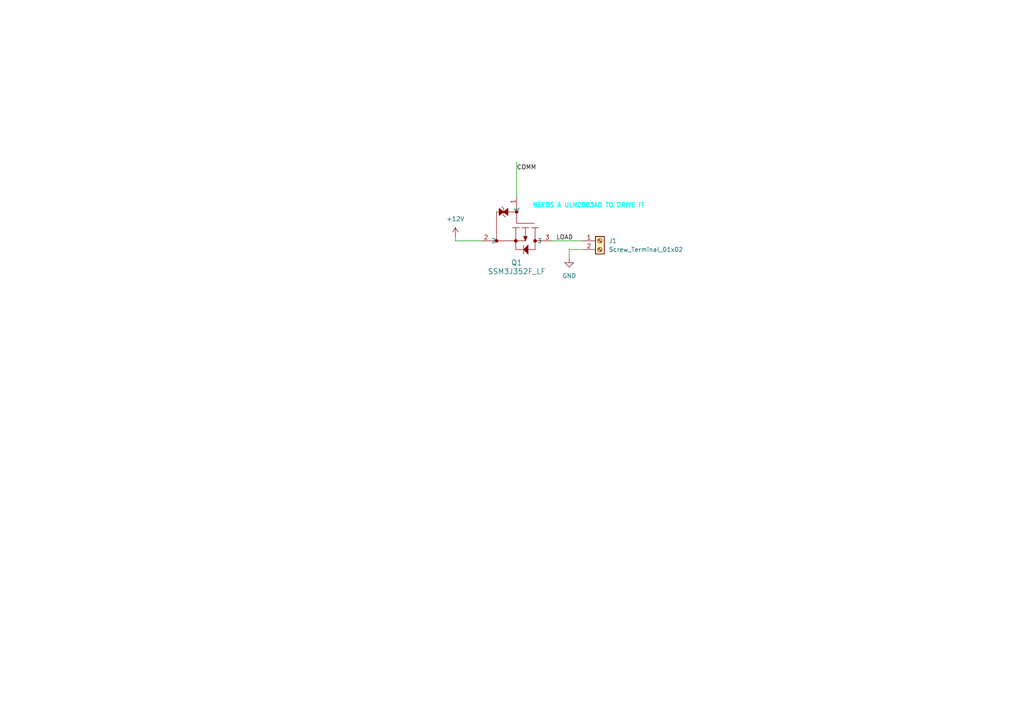
<source format=kicad_sch>
(kicad_sch (version 20231120) (generator "eeschema") (generator_version "8.0")
  (paper "A4")
  (lib_symbols
    (symbol "Connector:Screw_Terminal_01x02" (pin_names (offset 1.016) hide)
      (property "Reference" "J" (at 0 2.54 0))
      (property "Value" "Screw_Terminal_01x02" (at 0 -5.08 0))
      (symbol "Screw_Terminal_01x02_1_1"
        (rectangle (start -1.27 1.27) (end 1.27 -3.81) (stroke (width 0.254)) (fill (type background)))
        (circle (center 0 -2.54) (radius 0.635) (stroke (width 0.1524)))
        (polyline (pts (xy -0.5334 -2.2098) (xy 0.3302 -3.048)) (stroke (width 0.1524)))
        (polyline (pts (xy -0.5334 0.3302) (xy 0.3302 -0.508)) (stroke (width 0.1524)))
        (polyline (pts (xy -0.3556 -2.032) (xy 0.508 -2.8702)) (stroke (width 0.1524)))
        (polyline (pts (xy -0.3556 0.508) (xy 0.508 -0.3302)) (stroke (width 0.1524)))
        (circle (center 0 0) (radius 0.635) (stroke (width 0.1524)))
        (pin passive line (at -5.08 0 0) (length 3.81) (name "Pin_1") (number "1"))
        (pin passive line (at -5.08 -2.54 0) (length 3.81) (name "Pin_2") (number "2"))
      )
    )
    (symbol "Transistor_FET:SSM3J352F_LF" (pin_names (offset 0.254))
      (property "Value" "SSM3J352F_LF" (at 0 0 0))
      (symbol "SSM3J352F_LF_0_1"
        (polyline (pts (xy 0 -7.62) (xy 4.572 -7.62)) (stroke (width 0.1524)))
        (polyline (pts (xy 0.762 -12.7) (xy 2.794 -12.7)) (stroke (width 0.1524)))
        (polyline (pts (xy 0.762 -11.43) (xy 0.254 -11.938)) (stroke (width 0.1524)))
        (polyline (pts (xy 0.762 -11.43) (xy 2.794 -11.43)) (stroke (width 0.1524)))
        (polyline (pts (xy 0.762 -10.16) (xy 1.778 -11.43)) (stroke (width 0.1524)))
        (polyline (pts (xy 0.762 -10.16) (xy 2.794 -10.16)) (stroke (width 0.1524)))
        (polyline (pts (xy 1.778 -13.462) (xy 10.16 -13.462)) (stroke (width 0.1524)))
        (polyline (pts (xy 1.778 -12.7) (xy 1.778 -13.462)) (stroke (width 0.1524)))
        (polyline (pts (xy 1.778 -11.43) (xy 0.762 -12.7)) (stroke (width 0.1524)))
        (polyline (pts (xy 1.778 -7.62) (xy 1.778 -10.16)) (stroke (width 0.1524)))
        (polyline (pts (xy 2.794 -12.7) (xy 1.778 -11.43)) (stroke (width 0.1524)))
        (polyline (pts (xy 2.794 -11.43) (xy 3.302 -10.922)) (stroke (width 0.1524)))
        (polyline (pts (xy 2.794 -10.16) (xy 1.778 -11.43)) (stroke (width 0.1524)))
        (polyline (pts (xy 5.08 -7.62) (xy 4.318 -7.62)) (stroke (width 0.1524)))
        (polyline (pts (xy 5.08 -7.62) (xy 5.08 -2.54)) (stroke (width 0.1524)))
        (polyline (pts (xy 6.35 -8.89) (xy 6.35 -6.858)) (stroke (width 0.1524)))
        (polyline (pts (xy 6.35 -7.874) (xy 12.7 -7.874)) (stroke (width 0.1524)))
        (polyline (pts (xy 6.35 -6.096) (xy 6.35 -4.064)) (stroke (width 0.1524)))
        (polyline (pts (xy 6.35 -5.08) (xy 8.89 -5.08)) (stroke (width 0.1524)))
        (polyline (pts (xy 6.35 -3.302) (xy 6.35 -1.27)) (stroke (width 0.1524)))
        (polyline (pts (xy 8.89 -5.588) (xy 10.16 -5.08)) (stroke (width 0.1524)))
        (polyline (pts (xy 8.89 -4.572) (xy 8.89 -5.588)) (stroke (width 0.1524)))
        (polyline (pts (xy 10.16 -5.08) (xy 8.89 -4.572)) (stroke (width 0.1524)))
        (polyline (pts (xy 10.16 -5.08) (xy 10.16 -15.24)) (stroke (width 0.1524)))
        (polyline (pts (xy 10.16 0) (xy 10.16 -2.286)) (stroke (width 0.1524)))
        (polyline (pts (xy 11.43 -5.588) (xy 13.97 -5.588)) (stroke (width 0.1524)))
        (polyline (pts (xy 11.43 -4.318) (xy 13.97 -4.318)) (stroke (width 0.1524)))
        (polyline (pts (xy 12.7 -7.874) (xy 12.7 -5.588)) (stroke (width 0.1524)))
        (polyline (pts (xy 12.7 -5.588) (xy 11.43 -4.318)) (stroke (width 0.1524)))
        (polyline (pts (xy 12.7 -4.318) (xy 12.7 -2.286)) (stroke (width 0.1524)))
        (polyline (pts (xy 12.7 -2.286) (xy 6.35 -2.286)) (stroke (width 0.1524)))
        (polyline (pts (xy 13.97 -4.318) (xy 12.7 -5.588)) (stroke (width 0.1524)))
        (polyline (pts (xy 8.89 -4.572) (xy 8.89 -5.588) (xy 10.16 -5.08)) (fill (type outline)))
        (polyline (pts (xy 11.43 -4.318) (xy 12.7 -5.588) (xy 13.97 -4.318)) (fill (type outline)))
        (polyline (pts (xy 0.762 -10.16) (xy 1.778 -11.43) (xy 0.762 -12.7) (xy 2.794 -12.7) (xy 1.778 -11.43) (xy 2.794 -10.16)) (fill (type outline)))
        (circle (center 1.778 -7.62) (radius 0.254) (stroke (width 0.508)))
        (circle (center 10.16 -13.462) (radius 0.254) (stroke (width 0.508)))
        (circle (center 10.16 -7.874) (radius 0.254) (stroke (width 0.508)))
        (circle (center 10.16 -2.286) (radius 0.254) (stroke (width 0.508)))
        (pin unspecified line (at -2.54 -7.62 0) (length 2.54) (name "1") (number "1"))
        (pin unspecified line (at 10.16 -17.78 90) (length 2.54) (name "2") (number "2"))
        (pin unspecified line (at 10.16 2.54 270) (length 2.54) (name "3") (number "3"))
      )
    )
    (symbol "power:+12V" (power) (pin_numbers hide) (pin_names (offset 0) hide)
      (property "Value" "+12V" (at 0 3.556 0))
      (symbol "+12V_0_1"
        (polyline (pts (xy -0.762 1.27) (xy 0 2.54)))
        (polyline (pts (xy 0 0) (xy 0 2.54)))
        (polyline (pts (xy 0 2.54) (xy 0.762 1.27)))
      )
      (symbol "+12V_1_1"
        (pin power_in line (at 0 0 90) (length 0) (name "~") (number "1"))
      )
    )
    (symbol "power:GND" (power) (pin_numbers hide) (pin_names (offset 0) hide)
      (property "Value" "GND" (at 0 -3.81 0))
      (symbol "GND_0_1"
        (polyline (pts (xy 0 0) (xy 0 -1.27) (xy 1.27 -1.27) (xy 0 -2.54) (xy -1.27 -1.27) (xy 0 -1.27)))
      )
      (symbol "GND_1_1"
        (pin power_in line (at 0 0 270) (length 0) (name "~") (number "1"))
      )
    )
  )
  (wire (pts (xy 132.08 69.85) (xy 139.7 69.85)))
  (wire (pts (xy 132.08 68.58) (xy 132.08 69.85)))
  (wire (pts (xy 149.86 46.99) (xy 149.86 57.15)))
  (wire (pts (xy 165.1 72.39) (xy 165.1 74.93)))
  (wire (pts (xy 160.02 69.85) (xy 168.91 69.85)))
  (wire (pts (xy 168.91 72.39) (xy 165.1 72.39)))
  (text "NEEDS A ULN2003AD TO DRIVE IT" (at 170.688 59.69 0) (effects (font (size 1.27 1.27) (thickness 0.254) (bold yes))))
  (label "LOAD" (at 161.29 69.85 0))
  (label "COMM" (at 149.86 49.53 0))
  (symbol (lib_id "Connector:Screw_Terminal_01x02") (at 173.99 69.85 0) (unit 1)
    (property "Reference" "J1" (at 176.53 69.8499 0) (effects (justify left)))
    (property "Value" "Screw_Terminal_01x02" (at 176.53 72.3899 0) (effects (justify left)))
    (property "Footprint" "TerminalBlock:TerminalBlock_bornier-2_P5.08mm" (effects (hide yes)))
    (property "Description" "Generic screw terminal, single row, 01x02, script generated (kicad-library-utils/schlib/autogen/connector/)" (effects (hide yes)))
  )
  (symbol (lib_id "Transistor_FET:SSM3J352F_LF") (at 157.48 59.69 270) (unit 1)
    (property "Reference" "Q1" (at 149.86 76.2 90) (effects (font (size 1.524 1.524))))
    (property "Value" "SSM3J352F_LF" (at 149.86 78.74 90) (effects (font (size 1.524 1.524))))
    (property "Footprint" "Package_S-Mini:S-MINI_TOS" (effects (hide yes)))
  )
  (symbol (lib_id "power:GND") (at 165.1 74.93 0) (unit 1)
    (property "Reference" "#PWR02" (effects (hide yes)))
    (property "Value" "GND" (at 165.1 80.01 0))
    (property "Description" "Power symbol creates a global label with name \"GND\" , ground" (effects (hide yes)))
  )
  (symbol (lib_id "power:+12V") (at 132.08 68.58 0) (unit 1)
    (property "Reference" "#PWR01" (effects (hide yes)))
    (property "Value" "+12V" (at 132.08 63.5 0))
    (property "Description" "Power symbol creates a global label with name \"+12V\"" (effects (hide yes)))
  )
)
</source>
